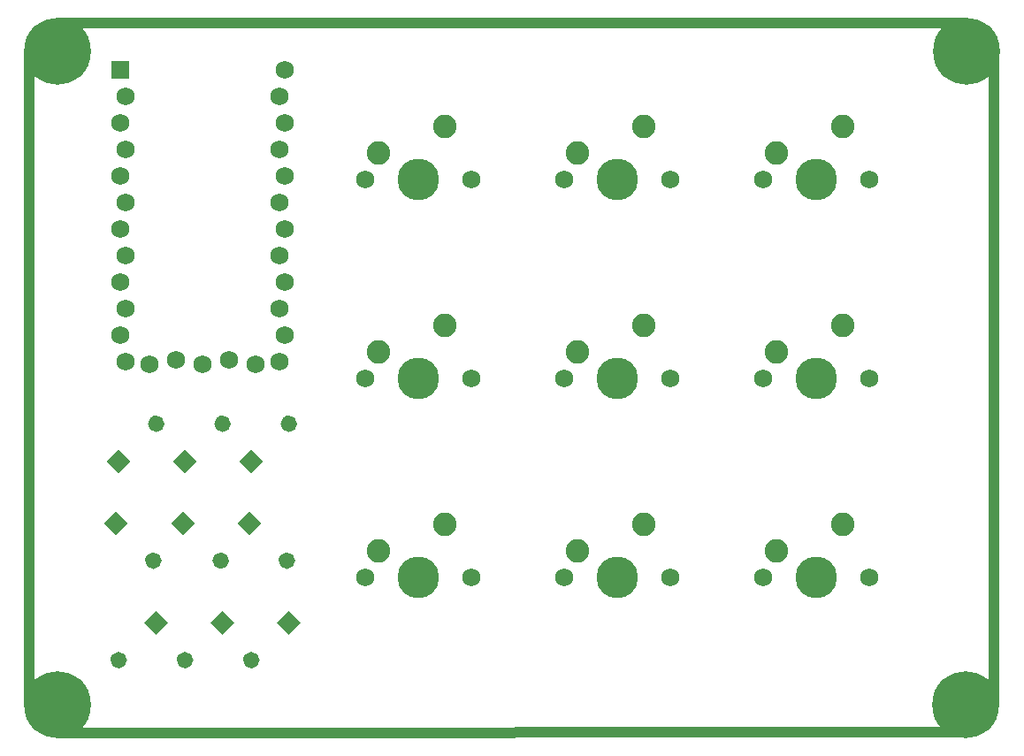
<source format=gbs>
G04 #@! TF.GenerationSoftware,KiCad,Pcbnew,(5.1.10-1-10_14)*
G04 #@! TF.CreationDate,2021-09-20T15:56:21+08:00*
G04 #@! TF.ProjectId,SMP v.2,534d5020-762e-4322-9e6b-696361645f70,rev?*
G04 #@! TF.SameCoordinates,Original*
G04 #@! TF.FileFunction,Soldermask,Bot*
G04 #@! TF.FilePolarity,Negative*
%FSLAX46Y46*%
G04 Gerber Fmt 4.6, Leading zero omitted, Abs format (unit mm)*
G04 Created by KiCad (PCBNEW (5.1.10-1-10_14)) date 2021-09-20 15:56:21*
%MOMM*%
%LPD*%
G01*
G04 APERTURE LIST*
%ADD10C,1.000000*%
%ADD11C,0.100000*%
%ADD12C,2.250000*%
%ADD13C,3.987800*%
%ADD14C,1.750000*%
%ADD15C,1.752600*%
%ADD16R,1.752600X1.752600*%
%ADD17C,6.400000*%
G04 APERTURE END LIST*
D10*
X200459599Y-128577340D02*
X200459599Y-66194940D01*
X110822740Y-63340001D02*
X197639940Y-63340001D01*
X110817660Y-131274799D02*
X197637400Y-131249378D01*
X108094801Y-128577340D02*
X108094801Y-66194940D01*
G36*
G01*
X117189107Y-123755293D02*
X117189107Y-123755293D01*
G75*
G02*
X117189107Y-124886663I-565685J-565685D01*
G01*
X117189107Y-124886663D01*
G75*
G02*
X116057737Y-124886663I-565685J565685D01*
G01*
X116057737Y-124886663D01*
G75*
G02*
X116057737Y-123755293I565685J565685D01*
G01*
X116057737Y-123755293D01*
G75*
G02*
X117189107Y-123755293I565685J-565685D01*
G01*
G37*
D11*
G36*
X120215524Y-119597505D02*
G01*
X121346895Y-120728876D01*
X120215524Y-121860247D01*
X119084153Y-120728876D01*
X120215524Y-119597505D01*
G37*
G36*
G01*
X123539107Y-123755293D02*
X123539107Y-123755293D01*
G75*
G02*
X123539107Y-124886663I-565685J-565685D01*
G01*
X123539107Y-124886663D01*
G75*
G02*
X122407737Y-124886663I-565685J565685D01*
G01*
X122407737Y-124886663D01*
G75*
G02*
X122407737Y-123755293I565685J565685D01*
G01*
X122407737Y-123755293D01*
G75*
G02*
X123539107Y-123755293I565685J-565685D01*
G01*
G37*
G36*
X126565524Y-119597505D02*
G01*
X127696895Y-120728876D01*
X126565524Y-121860247D01*
X125434153Y-120728876D01*
X126565524Y-119597505D01*
G37*
G36*
G01*
X129889107Y-123755293D02*
X129889107Y-123755293D01*
G75*
G02*
X129889107Y-124886663I-565685J-565685D01*
G01*
X129889107Y-124886663D01*
G75*
G02*
X128757737Y-124886663I-565685J565685D01*
G01*
X128757737Y-124886663D01*
G75*
G02*
X128757737Y-123755293I565685J565685D01*
G01*
X128757737Y-123755293D01*
G75*
G02*
X129889107Y-123755293I565685J-565685D01*
G01*
G37*
G36*
X132915524Y-119597505D02*
G01*
X134046895Y-120728876D01*
X132915524Y-121860247D01*
X131784153Y-120728876D01*
X132915524Y-119597505D01*
G37*
G36*
G01*
X119377467Y-114230293D02*
X119377467Y-114230293D01*
G75*
G02*
X120508837Y-114230293I565685J-565685D01*
G01*
X120508837Y-114230293D01*
G75*
G02*
X120508837Y-115361663I-565685J-565685D01*
G01*
X120508837Y-115361663D01*
G75*
G02*
X119377467Y-115361663I-565685J565685D01*
G01*
X119377467Y-115361663D01*
G75*
G02*
X119377467Y-114230293I565685J565685D01*
G01*
G37*
G36*
X115219679Y-111203876D02*
G01*
X116351050Y-110072505D01*
X117482421Y-111203876D01*
X116351050Y-112335247D01*
X115219679Y-111203876D01*
G37*
G36*
G01*
X125831743Y-114230293D02*
X125831743Y-114230293D01*
G75*
G02*
X126963113Y-114230293I565685J-565685D01*
G01*
X126963113Y-114230293D01*
G75*
G02*
X126963113Y-115361663I-565685J-565685D01*
G01*
X126963113Y-115361663D01*
G75*
G02*
X125831743Y-115361663I-565685J565685D01*
G01*
X125831743Y-115361663D01*
G75*
G02*
X125831743Y-114230293I565685J565685D01*
G01*
G37*
G36*
X121673955Y-111203876D02*
G01*
X122805326Y-110072505D01*
X123936697Y-111203876D01*
X122805326Y-112335247D01*
X121673955Y-111203876D01*
G37*
G36*
G01*
X132161423Y-114230293D02*
X132161423Y-114230293D01*
G75*
G02*
X133292793Y-114230293I565685J-565685D01*
G01*
X133292793Y-114230293D01*
G75*
G02*
X133292793Y-115361663I-565685J-565685D01*
G01*
X133292793Y-115361663D01*
G75*
G02*
X132161423Y-115361663I-565685J565685D01*
G01*
X132161423Y-115361663D01*
G75*
G02*
X132161423Y-114230293I565685J565685D01*
G01*
G37*
G36*
X128003635Y-111203876D02*
G01*
X129135006Y-110072505D01*
X130266377Y-111203876D01*
X129135006Y-112335247D01*
X128003635Y-111203876D01*
G37*
G36*
G01*
X132349839Y-102258395D02*
X132349839Y-102258395D01*
G75*
G02*
X132349839Y-101127025I565685J565685D01*
G01*
X132349839Y-101127025D01*
G75*
G02*
X133481209Y-101127025I565685J-565685D01*
G01*
X133481209Y-101127025D01*
G75*
G02*
X133481209Y-102258395I-565685J-565685D01*
G01*
X133481209Y-102258395D01*
G75*
G02*
X132349839Y-102258395I-565685J565685D01*
G01*
G37*
G36*
X129323422Y-106416183D02*
G01*
X128192051Y-105284812D01*
X129323422Y-104153441D01*
X130454793Y-105284812D01*
X129323422Y-106416183D01*
G37*
G36*
G01*
X125999839Y-102258395D02*
X125999839Y-102258395D01*
G75*
G02*
X125999839Y-101127025I565685J565685D01*
G01*
X125999839Y-101127025D01*
G75*
G02*
X127131209Y-101127025I565685J-565685D01*
G01*
X127131209Y-101127025D01*
G75*
G02*
X127131209Y-102258395I-565685J-565685D01*
G01*
X127131209Y-102258395D01*
G75*
G02*
X125999839Y-102258395I-565685J565685D01*
G01*
G37*
G36*
X122973422Y-106416183D02*
G01*
X121842051Y-105284812D01*
X122973422Y-104153441D01*
X124104793Y-105284812D01*
X122973422Y-106416183D01*
G37*
G36*
G01*
X119649839Y-102258395D02*
X119649839Y-102258395D01*
G75*
G02*
X119649839Y-101127025I565685J565685D01*
G01*
X119649839Y-101127025D01*
G75*
G02*
X120781209Y-101127025I565685J-565685D01*
G01*
X120781209Y-101127025D01*
G75*
G02*
X120781209Y-102258395I-565685J-565685D01*
G01*
X120781209Y-102258395D01*
G75*
G02*
X119649839Y-102258395I-565685J565685D01*
G01*
G37*
G36*
X116623422Y-106416183D02*
G01*
X115492051Y-105284812D01*
X116623422Y-104153441D01*
X117754793Y-105284812D01*
X116623422Y-106416183D01*
G37*
D12*
X147815300Y-73177400D03*
D13*
X145275300Y-78257400D03*
D12*
X141465300Y-75717400D03*
D14*
X140195300Y-78257400D03*
X150355300Y-78257400D03*
D12*
X166865300Y-73177400D03*
D13*
X164325300Y-78257400D03*
D12*
X160515300Y-75717400D03*
D14*
X159245300Y-78257400D03*
X169405300Y-78257400D03*
D12*
X185915300Y-73177400D03*
D13*
X183375300Y-78257400D03*
D12*
X179565300Y-75717400D03*
D14*
X178295300Y-78257400D03*
X188455300Y-78257400D03*
D12*
X147815300Y-92227400D03*
D13*
X145275300Y-97307400D03*
D12*
X141465300Y-94767400D03*
D14*
X140195300Y-97307400D03*
X150355300Y-97307400D03*
D12*
X185915300Y-92227400D03*
D13*
X183375300Y-97307400D03*
D12*
X179565300Y-94767400D03*
D14*
X178295300Y-97307400D03*
X188455300Y-97307400D03*
D12*
X166865300Y-111277400D03*
D13*
X164325300Y-116357400D03*
D12*
X160515300Y-113817400D03*
D14*
X159245300Y-116357400D03*
X169405300Y-116357400D03*
D12*
X185915300Y-111277400D03*
D13*
X183375300Y-116357400D03*
D12*
X179565300Y-113817400D03*
D14*
X178295300Y-116357400D03*
X188455300Y-116357400D03*
D12*
X147815300Y-111277400D03*
D13*
X145275300Y-116357400D03*
D12*
X141465300Y-113817400D03*
D14*
X140195300Y-116357400D03*
X150355300Y-116357400D03*
D12*
X166865300Y-92227400D03*
D13*
X164325300Y-97307400D03*
D12*
X160515300Y-94767400D03*
D14*
X159245300Y-97307400D03*
X169405300Y-97307400D03*
D15*
X119583200Y-95986600D03*
X122123200Y-95529400D03*
X124663200Y-95986600D03*
X127203200Y-95529400D03*
X129743200Y-95986600D03*
X132511800Y-67818000D03*
X117271800Y-95758000D03*
X132054600Y-70358000D03*
X132511800Y-72898000D03*
X132054600Y-75438000D03*
X132511800Y-77978000D03*
X132054600Y-80518000D03*
X132511800Y-83058000D03*
X132054600Y-85598000D03*
X132511800Y-88138000D03*
X132054600Y-90678000D03*
X132511800Y-93218000D03*
X132054600Y-95758000D03*
X116814600Y-93218000D03*
X117271800Y-90678000D03*
X116814600Y-88138000D03*
X117271800Y-85598000D03*
X116814600Y-83058000D03*
X117271800Y-80518000D03*
X116814600Y-77978000D03*
X117271800Y-75438000D03*
X116814600Y-72898000D03*
X117271800Y-70358000D03*
D16*
X116814600Y-67818000D03*
D17*
X110794800Y-66040000D03*
X197759600Y-66040000D03*
X110794800Y-128574800D03*
X197713055Y-128549400D03*
M02*

</source>
